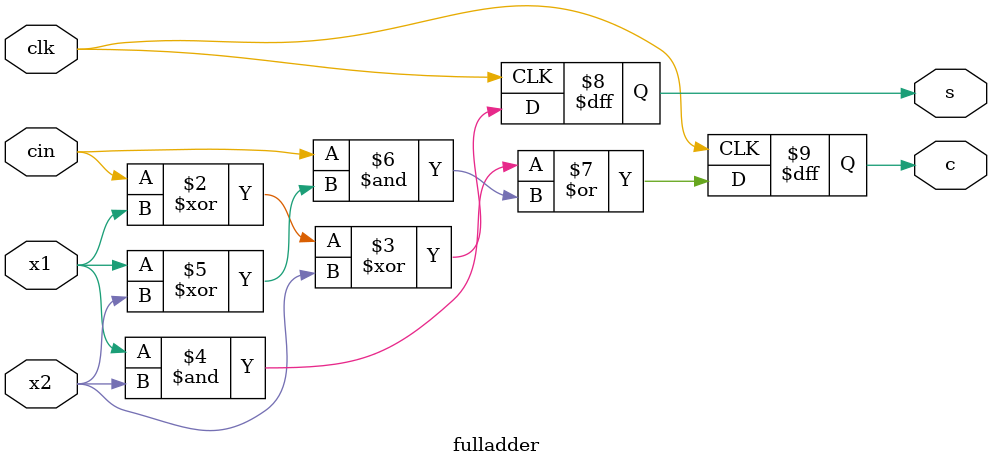
<source format=v>
module fulladder(
    input clk,
    input x1, 
    input x2, 
    input cin,
    output reg s,
    output reg c
);

    always @ (posedge clk) begin
        s <= cin ^ x1 ^ x2;
        c <= x1 & x2 | cin & (x1 ^ x2);
    end

endmodule
</source>
